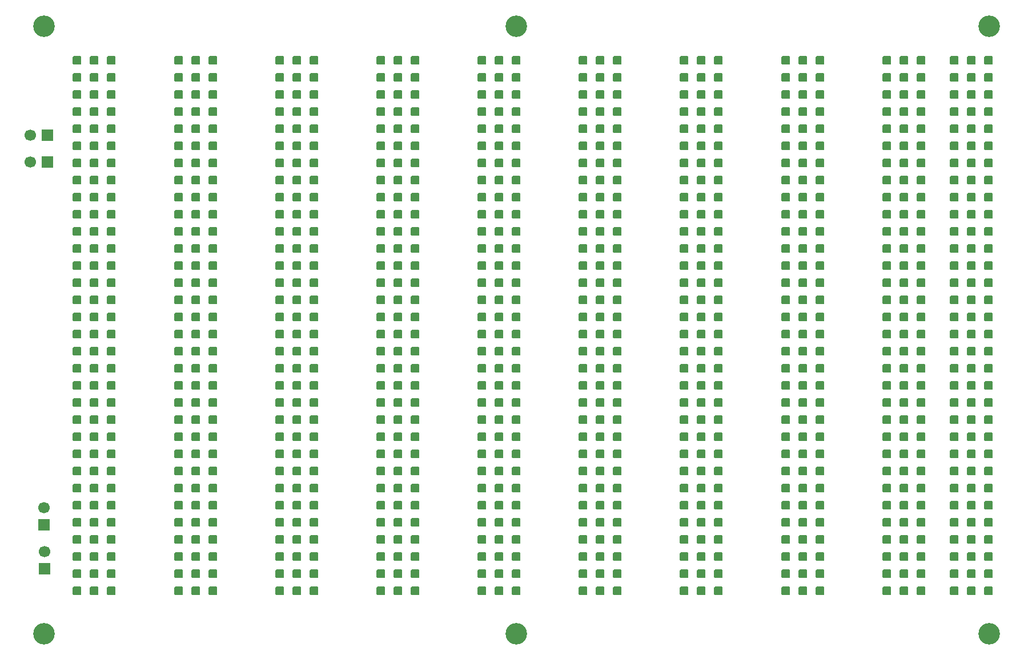
<source format=gbr>
%TF.GenerationSoftware,KiCad,Pcbnew,9.0.6-9.0.6~ubuntu24.04.1*%
%TF.CreationDate,2025-12-04T09:52:22-03:00*%
%TF.ProjectId,backplanev5,6261636b-706c-4616-9e65-76352e6b6963,A*%
%TF.SameCoordinates,Original*%
%TF.FileFunction,Soldermask,Top*%
%TF.FilePolarity,Negative*%
%FSLAX46Y46*%
G04 Gerber Fmt 4.6, Leading zero omitted, Abs format (unit mm)*
G04 Created by KiCad (PCBNEW 9.0.6-9.0.6~ubuntu24.04.1) date 2025-12-04 09:52:22*
%MOMM*%
%LPD*%
G01*
G04 APERTURE LIST*
G04 Aperture macros list*
%AMRoundRect*
0 Rectangle with rounded corners*
0 $1 Rounding radius*
0 $2 $3 $4 $5 $6 $7 $8 $9 X,Y pos of 4 corners*
0 Add a 4 corners polygon primitive as box body*
4,1,4,$2,$3,$4,$5,$6,$7,$8,$9,$2,$3,0*
0 Add four circle primitives for the rounded corners*
1,1,$1+$1,$2,$3*
1,1,$1+$1,$4,$5*
1,1,$1+$1,$6,$7*
1,1,$1+$1,$8,$9*
0 Add four rect primitives between the rounded corners*
20,1,$1+$1,$2,$3,$4,$5,0*
20,1,$1+$1,$4,$5,$6,$7,0*
20,1,$1+$1,$6,$7,$8,$9,0*
20,1,$1+$1,$8,$9,$2,$3,0*%
G04 Aperture macros list end*
%ADD10C,3.200000*%
%ADD11R,1.700000X1.700000*%
%ADD12C,1.700000*%
%ADD13RoundRect,0.127000X-0.508000X-0.508000X0.508000X-0.508000X0.508000X0.508000X-0.508000X0.508000X0*%
%ADD14RoundRect,0.127000X0.508000X0.508000X-0.508000X0.508000X-0.508000X-0.508000X0.508000X-0.508000X0*%
G04 APERTURE END LIST*
D10*
%TO.C,H6*%
X90030000Y-115070000D03*
%TD*%
%TO.C,H5*%
X90030000Y-24930000D03*
%TD*%
%TO.C,H4*%
X160060000Y-24930000D03*
%TD*%
%TO.C,H3*%
X160060000Y-115070000D03*
%TD*%
%TO.C,H2*%
X20000000Y-115070000D03*
%TD*%
%TO.C,H1*%
X20000000Y-24930000D03*
%TD*%
D11*
%TO.C,J11*%
X20455000Y-41100000D03*
D12*
X17915000Y-41100000D03*
%TD*%
D13*
%TO.C,J10*%
X154920000Y-30000000D03*
X154920000Y-32540000D03*
X154920000Y-35080000D03*
X154920000Y-37620000D03*
X154920000Y-40160000D03*
X154920000Y-42700000D03*
X154920000Y-45240000D03*
X154920000Y-47780000D03*
X154920000Y-50320000D03*
X154920000Y-52860000D03*
X154920000Y-55400000D03*
X154920000Y-57940000D03*
X154920000Y-60480000D03*
X154920000Y-63020000D03*
X154920000Y-65560000D03*
X154920000Y-68100000D03*
X154920000Y-70640000D03*
X154920000Y-73180000D03*
X154920000Y-75720000D03*
X154920000Y-78260000D03*
X154920000Y-80800000D03*
X154920000Y-83340000D03*
X154920000Y-85880000D03*
X154920000Y-88420000D03*
X154920000Y-90960000D03*
X154920000Y-93500000D03*
X154920000Y-96040000D03*
X154920000Y-98580000D03*
X154920000Y-101120000D03*
X154920000Y-103660000D03*
X154920000Y-106200000D03*
X154920000Y-108740000D03*
D14*
X157460000Y-30000000D03*
X157460000Y-32540000D03*
X157460000Y-35080000D03*
X157460000Y-37620000D03*
X157460000Y-40160000D03*
X157460000Y-42700000D03*
X157460000Y-45240000D03*
X157460000Y-47780000D03*
X157460000Y-50320000D03*
X157460000Y-52860000D03*
X157460000Y-55400000D03*
X157460000Y-57940000D03*
X157460000Y-60480000D03*
X157460000Y-63020000D03*
X157460000Y-65560000D03*
X157460000Y-68100000D03*
X157460000Y-70640000D03*
X157460000Y-73180000D03*
X157460000Y-75720000D03*
X157460000Y-78260000D03*
X157460000Y-80800000D03*
X157460000Y-83340000D03*
X157460000Y-85880000D03*
X157460000Y-88420000D03*
X157460000Y-90960000D03*
X157460000Y-93500000D03*
X157460000Y-96040000D03*
X157460000Y-98580000D03*
X157460000Y-101120000D03*
X157460000Y-103660000D03*
X157460000Y-106200000D03*
X157460000Y-108740000D03*
D13*
X160000000Y-30000000D03*
X160000000Y-32540000D03*
X160000000Y-35080000D03*
X160000000Y-37620000D03*
X160000000Y-40160000D03*
X160000000Y-42700000D03*
X160000000Y-45240000D03*
X160000000Y-47780000D03*
X160000000Y-50320000D03*
X160000000Y-52860000D03*
X160000000Y-55400000D03*
X160000000Y-57940000D03*
X160000000Y-60480000D03*
X160000000Y-63020000D03*
X160000000Y-65560000D03*
X160000000Y-68100000D03*
X160000000Y-70640000D03*
X160000000Y-73180000D03*
X160000000Y-75720000D03*
X160000000Y-78260000D03*
X160000000Y-80800000D03*
X160000000Y-83340000D03*
X160000000Y-85880000D03*
X160000000Y-88420000D03*
X160000000Y-90960000D03*
X160000000Y-93500000D03*
X160000000Y-96040000D03*
X160000000Y-98580000D03*
X160000000Y-101120000D03*
X160000000Y-103660000D03*
X160000000Y-106200000D03*
X160000000Y-108740000D03*
%TD*%
%TO.C,J4*%
X69920000Y-30000000D03*
X69920000Y-32540000D03*
X69920000Y-35080000D03*
X69920000Y-37620000D03*
X69920000Y-40160000D03*
X69920000Y-42700000D03*
X69920000Y-45240000D03*
X69920000Y-47780000D03*
X69920000Y-50320000D03*
X69920000Y-52860000D03*
X69920000Y-55400000D03*
X69920000Y-57940000D03*
X69920000Y-60480000D03*
X69920000Y-63020000D03*
X69920000Y-65560000D03*
X69920000Y-68100000D03*
X69920000Y-70640000D03*
X69920000Y-73180000D03*
X69920000Y-75720000D03*
X69920000Y-78260000D03*
X69920000Y-80800000D03*
X69920000Y-83340000D03*
X69920000Y-85880000D03*
X69920000Y-88420000D03*
X69920000Y-90960000D03*
X69920000Y-93500000D03*
X69920000Y-96040000D03*
X69920000Y-98580000D03*
X69920000Y-101120000D03*
X69920000Y-103660000D03*
X69920000Y-106200000D03*
X69920000Y-108740000D03*
D14*
X72460000Y-30000000D03*
X72460000Y-32540000D03*
X72460000Y-35080000D03*
X72460000Y-37620000D03*
X72460000Y-40160000D03*
X72460000Y-42700000D03*
X72460000Y-45240000D03*
X72460000Y-47780000D03*
X72460000Y-50320000D03*
X72460000Y-52860000D03*
X72460000Y-55400000D03*
X72460000Y-57940000D03*
X72460000Y-60480000D03*
X72460000Y-63020000D03*
X72460000Y-65560000D03*
X72460000Y-68100000D03*
X72460000Y-70640000D03*
X72460000Y-73180000D03*
X72460000Y-75720000D03*
X72460000Y-78260000D03*
X72460000Y-80800000D03*
X72460000Y-83340000D03*
X72460000Y-85880000D03*
X72460000Y-88420000D03*
X72460000Y-90960000D03*
X72460000Y-93500000D03*
X72460000Y-96040000D03*
X72460000Y-98580000D03*
X72460000Y-101120000D03*
X72460000Y-103660000D03*
X72460000Y-106200000D03*
X72460000Y-108740000D03*
D13*
X75000000Y-30000000D03*
X75000000Y-32540000D03*
X75000000Y-35080000D03*
X75000000Y-37620000D03*
X75000000Y-40160000D03*
X75000000Y-42700000D03*
X75000000Y-45240000D03*
X75000000Y-47780000D03*
X75000000Y-50320000D03*
X75000000Y-52860000D03*
X75000000Y-55400000D03*
X75000000Y-57940000D03*
X75000000Y-60480000D03*
X75000000Y-63020000D03*
X75000000Y-65560000D03*
X75000000Y-68100000D03*
X75000000Y-70640000D03*
X75000000Y-73180000D03*
X75000000Y-75720000D03*
X75000000Y-78260000D03*
X75000000Y-80800000D03*
X75000000Y-83340000D03*
X75000000Y-85880000D03*
X75000000Y-88420000D03*
X75000000Y-90960000D03*
X75000000Y-93500000D03*
X75000000Y-96040000D03*
X75000000Y-98580000D03*
X75000000Y-101120000D03*
X75000000Y-103660000D03*
X75000000Y-106200000D03*
X75000000Y-108740000D03*
%TD*%
%TO.C,J7*%
X114920000Y-30000000D03*
X114920000Y-32540000D03*
X114920000Y-35080000D03*
X114920000Y-37620000D03*
X114920000Y-40160000D03*
X114920000Y-42700000D03*
X114920000Y-45240000D03*
X114920000Y-47780000D03*
X114920000Y-50320000D03*
X114920000Y-52860000D03*
X114920000Y-55400000D03*
X114920000Y-57940000D03*
X114920000Y-60480000D03*
X114920000Y-63020000D03*
X114920000Y-65560000D03*
X114920000Y-68100000D03*
X114920000Y-70640000D03*
X114920000Y-73180000D03*
X114920000Y-75720000D03*
X114920000Y-78260000D03*
X114920000Y-80800000D03*
X114920000Y-83340000D03*
X114920000Y-85880000D03*
X114920000Y-88420000D03*
X114920000Y-90960000D03*
X114920000Y-93500000D03*
X114920000Y-96040000D03*
X114920000Y-98580000D03*
X114920000Y-101120000D03*
X114920000Y-103660000D03*
X114920000Y-106200000D03*
X114920000Y-108740000D03*
D14*
X117460000Y-30000000D03*
X117460000Y-32540000D03*
X117460000Y-35080000D03*
X117460000Y-37620000D03*
X117460000Y-40160000D03*
X117460000Y-42700000D03*
X117460000Y-45240000D03*
X117460000Y-47780000D03*
X117460000Y-50320000D03*
X117460000Y-52860000D03*
X117460000Y-55400000D03*
X117460000Y-57940000D03*
X117460000Y-60480000D03*
X117460000Y-63020000D03*
X117460000Y-65560000D03*
X117460000Y-68100000D03*
X117460000Y-70640000D03*
X117460000Y-73180000D03*
X117460000Y-75720000D03*
X117460000Y-78260000D03*
X117460000Y-80800000D03*
X117460000Y-83340000D03*
X117460000Y-85880000D03*
X117460000Y-88420000D03*
X117460000Y-90960000D03*
X117460000Y-93500000D03*
X117460000Y-96040000D03*
X117460000Y-98580000D03*
X117460000Y-101120000D03*
X117460000Y-103660000D03*
X117460000Y-106200000D03*
X117460000Y-108740000D03*
D13*
X120000000Y-30000000D03*
X120000000Y-32540000D03*
X120000000Y-35080000D03*
X120000000Y-37620000D03*
X120000000Y-40160000D03*
X120000000Y-42700000D03*
X120000000Y-45240000D03*
X120000000Y-47780000D03*
X120000000Y-50320000D03*
X120000000Y-52860000D03*
X120000000Y-55400000D03*
X120000000Y-57940000D03*
X120000000Y-60480000D03*
X120000000Y-63020000D03*
X120000000Y-65560000D03*
X120000000Y-68100000D03*
X120000000Y-70640000D03*
X120000000Y-73180000D03*
X120000000Y-75720000D03*
X120000000Y-78260000D03*
X120000000Y-80800000D03*
X120000000Y-83340000D03*
X120000000Y-85880000D03*
X120000000Y-88420000D03*
X120000000Y-90960000D03*
X120000000Y-93500000D03*
X120000000Y-96040000D03*
X120000000Y-98580000D03*
X120000000Y-101120000D03*
X120000000Y-103660000D03*
X120000000Y-106200000D03*
X120000000Y-108740000D03*
%TD*%
%TO.C,J1*%
X24920000Y-30000000D03*
X24920000Y-32540000D03*
X24920000Y-35080000D03*
X24920000Y-37620000D03*
X24920000Y-40160000D03*
X24920000Y-42700000D03*
X24920000Y-45240000D03*
X24920000Y-47780000D03*
X24920000Y-50320000D03*
X24920000Y-52860000D03*
X24920000Y-55400000D03*
X24920000Y-57940000D03*
X24920000Y-60480000D03*
X24920000Y-63020000D03*
X24920000Y-65560000D03*
X24920000Y-68100000D03*
X24920000Y-70640000D03*
X24920000Y-73180000D03*
X24920000Y-75720000D03*
X24920000Y-78260000D03*
X24920000Y-80800000D03*
X24920000Y-83340000D03*
X24920000Y-85880000D03*
X24920000Y-88420000D03*
X24920000Y-90960000D03*
X24920000Y-93500000D03*
X24920000Y-96040000D03*
X24920000Y-98580000D03*
X24920000Y-101120000D03*
X24920000Y-103660000D03*
X24920000Y-106200000D03*
X24920000Y-108740000D03*
D14*
X27460000Y-30000000D03*
X27460000Y-32540000D03*
X27460000Y-35080000D03*
X27460000Y-37620000D03*
X27460000Y-40160000D03*
X27460000Y-42700000D03*
X27460000Y-45240000D03*
X27460000Y-47780000D03*
X27460000Y-50320000D03*
X27460000Y-52860000D03*
X27460000Y-55400000D03*
X27460000Y-57940000D03*
X27460000Y-60480000D03*
X27460000Y-63020000D03*
X27460000Y-65560000D03*
X27460000Y-68100000D03*
X27460000Y-70640000D03*
X27460000Y-73180000D03*
X27460000Y-75720000D03*
X27460000Y-78260000D03*
X27460000Y-80800000D03*
X27460000Y-83340000D03*
X27460000Y-85880000D03*
X27460000Y-88420000D03*
X27460000Y-90960000D03*
X27460000Y-93500000D03*
X27460000Y-96040000D03*
X27460000Y-98580000D03*
X27460000Y-101120000D03*
X27460000Y-103660000D03*
X27460000Y-106200000D03*
X27460000Y-108740000D03*
D13*
X30000000Y-30000000D03*
X30000000Y-32540000D03*
X30000000Y-35080000D03*
X30000000Y-37620000D03*
X30000000Y-40160000D03*
X30000000Y-42700000D03*
X30000000Y-45240000D03*
X30000000Y-47780000D03*
X30000000Y-50320000D03*
X30000000Y-52860000D03*
X30000000Y-55400000D03*
X30000000Y-57940000D03*
X30000000Y-60480000D03*
X30000000Y-63020000D03*
X30000000Y-65560000D03*
X30000000Y-68100000D03*
X30000000Y-70640000D03*
X30000000Y-73180000D03*
X30000000Y-75720000D03*
X30000000Y-78260000D03*
X30000000Y-80800000D03*
X30000000Y-83340000D03*
X30000000Y-85880000D03*
X30000000Y-88420000D03*
X30000000Y-90960000D03*
X30000000Y-93500000D03*
X30000000Y-96040000D03*
X30000000Y-98580000D03*
X30000000Y-101120000D03*
X30000000Y-103660000D03*
X30000000Y-106200000D03*
X30000000Y-108740000D03*
%TD*%
D11*
%TO.C,J13*%
X20000000Y-98945000D03*
D12*
X20000000Y-96405000D03*
%TD*%
D13*
%TO.C,J8*%
X129920000Y-30000000D03*
X129920000Y-32540000D03*
X129920000Y-35080000D03*
X129920000Y-37620000D03*
X129920000Y-40160000D03*
X129920000Y-42700000D03*
X129920000Y-45240000D03*
X129920000Y-47780000D03*
X129920000Y-50320000D03*
X129920000Y-52860000D03*
X129920000Y-55400000D03*
X129920000Y-57940000D03*
X129920000Y-60480000D03*
X129920000Y-63020000D03*
X129920000Y-65560000D03*
X129920000Y-68100000D03*
X129920000Y-70640000D03*
X129920000Y-73180000D03*
X129920000Y-75720000D03*
X129920000Y-78260000D03*
X129920000Y-80800000D03*
X129920000Y-83340000D03*
X129920000Y-85880000D03*
X129920000Y-88420000D03*
X129920000Y-90960000D03*
X129920000Y-93500000D03*
X129920000Y-96040000D03*
X129920000Y-98580000D03*
X129920000Y-101120000D03*
X129920000Y-103660000D03*
X129920000Y-106200000D03*
X129920000Y-108740000D03*
D14*
X132460000Y-30000000D03*
X132460000Y-32540000D03*
X132460000Y-35080000D03*
X132460000Y-37620000D03*
X132460000Y-40160000D03*
X132460000Y-42700000D03*
X132460000Y-45240000D03*
X132460000Y-47780000D03*
X132460000Y-50320000D03*
X132460000Y-52860000D03*
X132460000Y-55400000D03*
X132460000Y-57940000D03*
X132460000Y-60480000D03*
X132460000Y-63020000D03*
X132460000Y-65560000D03*
X132460000Y-68100000D03*
X132460000Y-70640000D03*
X132460000Y-73180000D03*
X132460000Y-75720000D03*
X132460000Y-78260000D03*
X132460000Y-80800000D03*
X132460000Y-83340000D03*
X132460000Y-85880000D03*
X132460000Y-88420000D03*
X132460000Y-90960000D03*
X132460000Y-93500000D03*
X132460000Y-96040000D03*
X132460000Y-98580000D03*
X132460000Y-101120000D03*
X132460000Y-103660000D03*
X132460000Y-106200000D03*
X132460000Y-108740000D03*
D13*
X135000000Y-30000000D03*
X135000000Y-32540000D03*
X135000000Y-35080000D03*
X135000000Y-37620000D03*
X135000000Y-40160000D03*
X135000000Y-42700000D03*
X135000000Y-45240000D03*
X135000000Y-47780000D03*
X135000000Y-50320000D03*
X135000000Y-52860000D03*
X135000000Y-55400000D03*
X135000000Y-57940000D03*
X135000000Y-60480000D03*
X135000000Y-63020000D03*
X135000000Y-65560000D03*
X135000000Y-68100000D03*
X135000000Y-70640000D03*
X135000000Y-73180000D03*
X135000000Y-75720000D03*
X135000000Y-78260000D03*
X135000000Y-80800000D03*
X135000000Y-83340000D03*
X135000000Y-85880000D03*
X135000000Y-88420000D03*
X135000000Y-90960000D03*
X135000000Y-93500000D03*
X135000000Y-96040000D03*
X135000000Y-98580000D03*
X135000000Y-101120000D03*
X135000000Y-103660000D03*
X135000000Y-106200000D03*
X135000000Y-108740000D03*
%TD*%
%TO.C,J2*%
X39920000Y-30000000D03*
X39920000Y-32540000D03*
X39920000Y-35080000D03*
X39920000Y-37620000D03*
X39920000Y-40160000D03*
X39920000Y-42700000D03*
X39920000Y-45240000D03*
X39920000Y-47780000D03*
X39920000Y-50320000D03*
X39920000Y-52860000D03*
X39920000Y-55400000D03*
X39920000Y-57940000D03*
X39920000Y-60480000D03*
X39920000Y-63020000D03*
X39920000Y-65560000D03*
X39920000Y-68100000D03*
X39920000Y-70640000D03*
X39920000Y-73180000D03*
X39920000Y-75720000D03*
X39920000Y-78260000D03*
X39920000Y-80800000D03*
X39920000Y-83340000D03*
X39920000Y-85880000D03*
X39920000Y-88420000D03*
X39920000Y-90960000D03*
X39920000Y-93500000D03*
X39920000Y-96040000D03*
X39920000Y-98580000D03*
X39920000Y-101120000D03*
X39920000Y-103660000D03*
X39920000Y-106200000D03*
X39920000Y-108740000D03*
D14*
X42460000Y-30000000D03*
X42460000Y-32540000D03*
X42460000Y-35080000D03*
X42460000Y-37620000D03*
X42460000Y-40160000D03*
X42460000Y-42700000D03*
X42460000Y-45240000D03*
X42460000Y-47780000D03*
X42460000Y-50320000D03*
X42460000Y-52860000D03*
X42460000Y-55400000D03*
X42460000Y-57940000D03*
X42460000Y-60480000D03*
X42460000Y-63020000D03*
X42460000Y-65560000D03*
X42460000Y-68100000D03*
X42460000Y-70640000D03*
X42460000Y-73180000D03*
X42460000Y-75720000D03*
X42460000Y-78260000D03*
X42460000Y-80800000D03*
X42460000Y-83340000D03*
X42460000Y-85880000D03*
X42460000Y-88420000D03*
X42460000Y-90960000D03*
X42460000Y-93500000D03*
X42460000Y-96040000D03*
X42460000Y-98580000D03*
X42460000Y-101120000D03*
X42460000Y-103660000D03*
X42460000Y-106200000D03*
X42460000Y-108740000D03*
D13*
X45000000Y-30000000D03*
X45000000Y-32540000D03*
X45000000Y-35080000D03*
X45000000Y-37620000D03*
X45000000Y-40160000D03*
X45000000Y-42700000D03*
X45000000Y-45240000D03*
X45000000Y-47780000D03*
X45000000Y-50320000D03*
X45000000Y-52860000D03*
X45000000Y-55400000D03*
X45000000Y-57940000D03*
X45000000Y-60480000D03*
X45000000Y-63020000D03*
X45000000Y-65560000D03*
X45000000Y-68100000D03*
X45000000Y-70640000D03*
X45000000Y-73180000D03*
X45000000Y-75720000D03*
X45000000Y-78260000D03*
X45000000Y-80800000D03*
X45000000Y-83340000D03*
X45000000Y-85880000D03*
X45000000Y-88420000D03*
X45000000Y-90960000D03*
X45000000Y-93500000D03*
X45000000Y-96040000D03*
X45000000Y-98580000D03*
X45000000Y-101120000D03*
X45000000Y-103660000D03*
X45000000Y-106200000D03*
X45000000Y-108740000D03*
%TD*%
%TO.C,J9*%
X144920000Y-30000000D03*
X144920000Y-32540000D03*
X144920000Y-35080000D03*
X144920000Y-37620000D03*
X144920000Y-40160000D03*
X144920000Y-42700000D03*
X144920000Y-45240000D03*
X144920000Y-47780000D03*
X144920000Y-50320000D03*
X144920000Y-52860000D03*
X144920000Y-55400000D03*
X144920000Y-57940000D03*
X144920000Y-60480000D03*
X144920000Y-63020000D03*
X144920000Y-65560000D03*
X144920000Y-68100000D03*
X144920000Y-70640000D03*
X144920000Y-73180000D03*
X144920000Y-75720000D03*
X144920000Y-78260000D03*
X144920000Y-80800000D03*
X144920000Y-83340000D03*
X144920000Y-85880000D03*
X144920000Y-88420000D03*
X144920000Y-90960000D03*
X144920000Y-93500000D03*
X144920000Y-96040000D03*
X144920000Y-98580000D03*
X144920000Y-101120000D03*
X144920000Y-103660000D03*
X144920000Y-106200000D03*
X144920000Y-108740000D03*
D14*
X147460000Y-30000000D03*
X147460000Y-32540000D03*
X147460000Y-35080000D03*
X147460000Y-37620000D03*
X147460000Y-40160000D03*
X147460000Y-42700000D03*
X147460000Y-45240000D03*
X147460000Y-47780000D03*
X147460000Y-50320000D03*
X147460000Y-52860000D03*
X147460000Y-55400000D03*
X147460000Y-57940000D03*
X147460000Y-60480000D03*
X147460000Y-63020000D03*
X147460000Y-65560000D03*
X147460000Y-68100000D03*
X147460000Y-70640000D03*
X147460000Y-73180000D03*
X147460000Y-75720000D03*
X147460000Y-78260000D03*
X147460000Y-80800000D03*
X147460000Y-83340000D03*
X147460000Y-85880000D03*
X147460000Y-88420000D03*
X147460000Y-90960000D03*
X147460000Y-93500000D03*
X147460000Y-96040000D03*
X147460000Y-98580000D03*
X147460000Y-101120000D03*
X147460000Y-103660000D03*
X147460000Y-106200000D03*
X147460000Y-108740000D03*
D13*
X150000000Y-30000000D03*
X150000000Y-32540000D03*
X150000000Y-35080000D03*
X150000000Y-37620000D03*
X150000000Y-40160000D03*
X150000000Y-42700000D03*
X150000000Y-45240000D03*
X150000000Y-47780000D03*
X150000000Y-50320000D03*
X150000000Y-52860000D03*
X150000000Y-55400000D03*
X150000000Y-57940000D03*
X150000000Y-60480000D03*
X150000000Y-63020000D03*
X150000000Y-65560000D03*
X150000000Y-68100000D03*
X150000000Y-70640000D03*
X150000000Y-73180000D03*
X150000000Y-75720000D03*
X150000000Y-78260000D03*
X150000000Y-80800000D03*
X150000000Y-83340000D03*
X150000000Y-85880000D03*
X150000000Y-88420000D03*
X150000000Y-90960000D03*
X150000000Y-93500000D03*
X150000000Y-96040000D03*
X150000000Y-98580000D03*
X150000000Y-101120000D03*
X150000000Y-103660000D03*
X150000000Y-106200000D03*
X150000000Y-108740000D03*
%TD*%
%TO.C,J3*%
X54920000Y-30000000D03*
X54920000Y-32540000D03*
X54920000Y-35080000D03*
X54920000Y-37620000D03*
X54920000Y-40160000D03*
X54920000Y-42700000D03*
X54920000Y-45240000D03*
X54920000Y-47780000D03*
X54920000Y-50320000D03*
X54920000Y-52860000D03*
X54920000Y-55400000D03*
X54920000Y-57940000D03*
X54920000Y-60480000D03*
X54920000Y-63020000D03*
X54920000Y-65560000D03*
X54920000Y-68100000D03*
X54920000Y-70640000D03*
X54920000Y-73180000D03*
X54920000Y-75720000D03*
X54920000Y-78260000D03*
X54920000Y-80800000D03*
X54920000Y-83340000D03*
X54920000Y-85880000D03*
X54920000Y-88420000D03*
X54920000Y-90960000D03*
X54920000Y-93500000D03*
X54920000Y-96040000D03*
X54920000Y-98580000D03*
X54920000Y-101120000D03*
X54920000Y-103660000D03*
X54920000Y-106200000D03*
X54920000Y-108740000D03*
D14*
X57460000Y-30000000D03*
X57460000Y-32540000D03*
X57460000Y-35080000D03*
X57460000Y-37620000D03*
X57460000Y-40160000D03*
X57460000Y-42700000D03*
X57460000Y-45240000D03*
X57460000Y-47780000D03*
X57460000Y-50320000D03*
X57460000Y-52860000D03*
X57460000Y-55400000D03*
X57460000Y-57940000D03*
X57460000Y-60480000D03*
X57460000Y-63020000D03*
X57460000Y-65560000D03*
X57460000Y-68100000D03*
X57460000Y-70640000D03*
X57460000Y-73180000D03*
X57460000Y-75720000D03*
X57460000Y-78260000D03*
X57460000Y-80800000D03*
X57460000Y-83340000D03*
X57460000Y-85880000D03*
X57460000Y-88420000D03*
X57460000Y-90960000D03*
X57460000Y-93500000D03*
X57460000Y-96040000D03*
X57460000Y-98580000D03*
X57460000Y-101120000D03*
X57460000Y-103660000D03*
X57460000Y-106200000D03*
X57460000Y-108740000D03*
D13*
X60000000Y-30000000D03*
X60000000Y-32540000D03*
X60000000Y-35080000D03*
X60000000Y-37620000D03*
X60000000Y-40160000D03*
X60000000Y-42700000D03*
X60000000Y-45240000D03*
X60000000Y-47780000D03*
X60000000Y-50320000D03*
X60000000Y-52860000D03*
X60000000Y-55400000D03*
X60000000Y-57940000D03*
X60000000Y-60480000D03*
X60000000Y-63020000D03*
X60000000Y-65560000D03*
X60000000Y-68100000D03*
X60000000Y-70640000D03*
X60000000Y-73180000D03*
X60000000Y-75720000D03*
X60000000Y-78260000D03*
X60000000Y-80800000D03*
X60000000Y-83340000D03*
X60000000Y-85880000D03*
X60000000Y-88420000D03*
X60000000Y-90960000D03*
X60000000Y-93500000D03*
X60000000Y-96040000D03*
X60000000Y-98580000D03*
X60000000Y-101120000D03*
X60000000Y-103660000D03*
X60000000Y-106200000D03*
X60000000Y-108740000D03*
%TD*%
D11*
%TO.C,J12*%
X20070000Y-105485000D03*
D12*
X20070000Y-102945000D03*
%TD*%
D13*
%TO.C,J5*%
X84920000Y-30000000D03*
X84920000Y-32540000D03*
X84920000Y-35080000D03*
X84920000Y-37620000D03*
X84920000Y-40160000D03*
X84920000Y-42700000D03*
X84920000Y-45240000D03*
X84920000Y-47780000D03*
X84920000Y-50320000D03*
X84920000Y-52860000D03*
X84920000Y-55400000D03*
X84920000Y-57940000D03*
X84920000Y-60480000D03*
X84920000Y-63020000D03*
X84920000Y-65560000D03*
X84920000Y-68100000D03*
X84920000Y-70640000D03*
X84920000Y-73180000D03*
X84920000Y-75720000D03*
X84920000Y-78260000D03*
X84920000Y-80800000D03*
X84920000Y-83340000D03*
X84920000Y-85880000D03*
X84920000Y-88420000D03*
X84920000Y-90960000D03*
X84920000Y-93500000D03*
X84920000Y-96040000D03*
X84920000Y-98580000D03*
X84920000Y-101120000D03*
X84920000Y-103660000D03*
X84920000Y-106200000D03*
X84920000Y-108740000D03*
D14*
X87460000Y-30000000D03*
X87460000Y-32540000D03*
X87460000Y-35080000D03*
X87460000Y-37620000D03*
X87460000Y-40160000D03*
X87460000Y-42700000D03*
X87460000Y-45240000D03*
X87460000Y-47780000D03*
X87460000Y-50320000D03*
X87460000Y-52860000D03*
X87460000Y-55400000D03*
X87460000Y-57940000D03*
X87460000Y-60480000D03*
X87460000Y-63020000D03*
X87460000Y-65560000D03*
X87460000Y-68100000D03*
X87460000Y-70640000D03*
X87460000Y-73180000D03*
X87460000Y-75720000D03*
X87460000Y-78260000D03*
X87460000Y-80800000D03*
X87460000Y-83340000D03*
X87460000Y-85880000D03*
X87460000Y-88420000D03*
X87460000Y-90960000D03*
X87460000Y-93500000D03*
X87460000Y-96040000D03*
X87460000Y-98580000D03*
X87460000Y-101120000D03*
X87460000Y-103660000D03*
X87460000Y-106200000D03*
X87460000Y-108740000D03*
D13*
X90000000Y-30000000D03*
X90000000Y-32540000D03*
X90000000Y-35080000D03*
X90000000Y-37620000D03*
X90000000Y-40160000D03*
X90000000Y-42700000D03*
X90000000Y-45240000D03*
X90000000Y-47780000D03*
X90000000Y-50320000D03*
X90000000Y-52860000D03*
X90000000Y-55400000D03*
X90000000Y-57940000D03*
X90000000Y-60480000D03*
X90000000Y-63020000D03*
X90000000Y-65560000D03*
X90000000Y-68100000D03*
X90000000Y-70640000D03*
X90000000Y-73180000D03*
X90000000Y-75720000D03*
X90000000Y-78260000D03*
X90000000Y-80800000D03*
X90000000Y-83340000D03*
X90000000Y-85880000D03*
X90000000Y-88420000D03*
X90000000Y-90960000D03*
X90000000Y-93500000D03*
X90000000Y-96040000D03*
X90000000Y-98580000D03*
X90000000Y-101120000D03*
X90000000Y-103660000D03*
X90000000Y-106200000D03*
X90000000Y-108740000D03*
%TD*%
D11*
%TO.C,J14*%
X20455000Y-45050000D03*
D12*
X17915000Y-45050000D03*
%TD*%
D13*
%TO.C,J6*%
X99920000Y-30000000D03*
X99920000Y-32540000D03*
X99920000Y-35080000D03*
X99920000Y-37620000D03*
X99920000Y-40160000D03*
X99920000Y-42700000D03*
X99920000Y-45240000D03*
X99920000Y-47780000D03*
X99920000Y-50320000D03*
X99920000Y-52860000D03*
X99920000Y-55400000D03*
X99920000Y-57940000D03*
X99920000Y-60480000D03*
X99920000Y-63020000D03*
X99920000Y-65560000D03*
X99920000Y-68100000D03*
X99920000Y-70640000D03*
X99920000Y-73180000D03*
X99920000Y-75720000D03*
X99920000Y-78260000D03*
X99920000Y-80800000D03*
X99920000Y-83340000D03*
X99920000Y-85880000D03*
X99920000Y-88420000D03*
X99920000Y-90960000D03*
X99920000Y-93500000D03*
X99920000Y-96040000D03*
X99920000Y-98580000D03*
X99920000Y-101120000D03*
X99920000Y-103660000D03*
X99920000Y-106200000D03*
X99920000Y-108740000D03*
D14*
X102460000Y-30000000D03*
X102460000Y-32540000D03*
X102460000Y-35080000D03*
X102460000Y-37620000D03*
X102460000Y-40160000D03*
X102460000Y-42700000D03*
X102460000Y-45240000D03*
X102460000Y-47780000D03*
X102460000Y-50320000D03*
X102460000Y-52860000D03*
X102460000Y-55400000D03*
X102460000Y-57940000D03*
X102460000Y-60480000D03*
X102460000Y-63020000D03*
X102460000Y-65560000D03*
X102460000Y-68100000D03*
X102460000Y-70640000D03*
X102460000Y-73180000D03*
X102460000Y-75720000D03*
X102460000Y-78260000D03*
X102460000Y-80800000D03*
X102460000Y-83340000D03*
X102460000Y-85880000D03*
X102460000Y-88420000D03*
X102460000Y-90960000D03*
X102460000Y-93500000D03*
X102460000Y-96040000D03*
X102460000Y-98580000D03*
X102460000Y-101120000D03*
X102460000Y-103660000D03*
X102460000Y-106200000D03*
X102460000Y-108740000D03*
D13*
X105000000Y-30000000D03*
X105000000Y-32540000D03*
X105000000Y-35080000D03*
X105000000Y-37620000D03*
X105000000Y-40160000D03*
X105000000Y-42700000D03*
X105000000Y-45240000D03*
X105000000Y-47780000D03*
X105000000Y-50320000D03*
X105000000Y-52860000D03*
X105000000Y-55400000D03*
X105000000Y-57940000D03*
X105000000Y-60480000D03*
X105000000Y-63020000D03*
X105000000Y-65560000D03*
X105000000Y-68100000D03*
X105000000Y-70640000D03*
X105000000Y-73180000D03*
X105000000Y-75720000D03*
X105000000Y-78260000D03*
X105000000Y-80800000D03*
X105000000Y-83340000D03*
X105000000Y-85880000D03*
X105000000Y-88420000D03*
X105000000Y-90960000D03*
X105000000Y-93500000D03*
X105000000Y-96040000D03*
X105000000Y-98580000D03*
X105000000Y-101120000D03*
X105000000Y-103660000D03*
X105000000Y-106200000D03*
X105000000Y-108740000D03*
%TD*%
M02*

</source>
